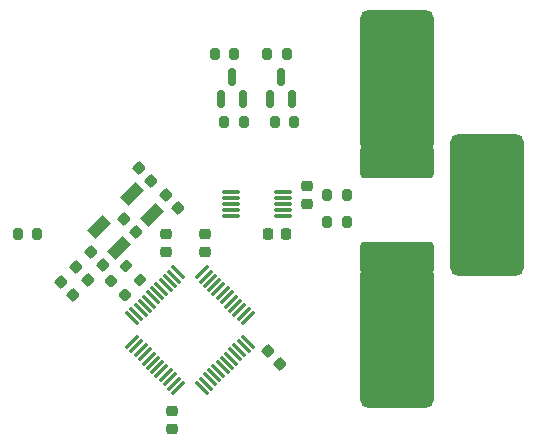
<source format=gbr>
%TF.GenerationSoftware,KiCad,Pcbnew,8.0.8-8.0.8-0~ubuntu24.04.1*%
%TF.CreationDate,2025-02-11T11:04:45-03:00*%
%TF.ProjectId,pm100,706d3130-302e-46b6-9963-61645f706362,rev?*%
%TF.SameCoordinates,Original*%
%TF.FileFunction,Paste,Top*%
%TF.FilePolarity,Positive*%
%FSLAX46Y46*%
G04 Gerber Fmt 4.6, Leading zero omitted, Abs format (unit mm)*
G04 Created by KiCad (PCBNEW 8.0.8-8.0.8-0~ubuntu24.04.1) date 2025-02-11 11:04:45*
%MOMM*%
%LPD*%
G01*
G04 APERTURE LIST*
G04 Aperture macros list*
%AMRoundRect*
0 Rectangle with rounded corners*
0 $1 Rounding radius*
0 $2 $3 $4 $5 $6 $7 $8 $9 X,Y pos of 4 corners*
0 Add a 4 corners polygon primitive as box body*
4,1,4,$2,$3,$4,$5,$6,$7,$8,$9,$2,$3,0*
0 Add four circle primitives for the rounded corners*
1,1,$1+$1,$2,$3*
1,1,$1+$1,$4,$5*
1,1,$1+$1,$6,$7*
1,1,$1+$1,$8,$9*
0 Add four rect primitives between the rounded corners*
20,1,$1+$1,$2,$3,$4,$5,0*
20,1,$1+$1,$4,$5,$6,$7,0*
20,1,$1+$1,$6,$7,$8,$9,0*
20,1,$1+$1,$8,$9,$2,$3,0*%
%AMRotRect*
0 Rectangle, with rotation*
0 The origin of the aperture is its center*
0 $1 length*
0 $2 width*
0 $3 Rotation angle, in degrees counterclockwise*
0 Add horizontal line*
21,1,$1,$2,0,0,$3*%
G04 Aperture macros list end*
%ADD10RoundRect,0.150000X0.150000X-0.587500X0.150000X0.587500X-0.150000X0.587500X-0.150000X-0.587500X0*%
%ADD11RoundRect,0.270000X2.830000X1.080000X-2.830000X1.080000X-2.830000X-1.080000X2.830000X-1.080000X0*%
%ADD12RoundRect,0.225000X0.335876X0.017678X0.017678X0.335876X-0.335876X-0.017678X-0.017678X-0.335876X0*%
%ADD13RoundRect,0.225000X-0.335876X-0.017678X-0.017678X-0.335876X0.335876X0.017678X0.017678X0.335876X0*%
%ADD14RoundRect,0.225000X0.250000X-0.225000X0.250000X0.225000X-0.250000X0.225000X-0.250000X-0.225000X0*%
%ADD15RoundRect,0.200000X0.200000X0.275000X-0.200000X0.275000X-0.200000X-0.275000X0.200000X-0.275000X0*%
%ADD16RoundRect,0.620000X2.480000X5.380000X-2.480000X5.380000X-2.480000X-5.380000X2.480000X-5.380000X0*%
%ADD17RoundRect,0.075000X-0.521491X0.415425X0.415425X-0.521491X0.521491X-0.415425X-0.415425X0.521491X0*%
%ADD18RoundRect,0.075000X-0.521491X-0.415425X-0.415425X-0.521491X0.521491X0.415425X0.415425X0.521491X0*%
%ADD19RoundRect,0.075000X-0.650000X-0.075000X0.650000X-0.075000X0.650000X0.075000X-0.650000X0.075000X0*%
%ADD20RoundRect,0.225000X-0.250000X0.225000X-0.250000X-0.225000X0.250000X-0.225000X0.250000X0.225000X0*%
%ADD21RotRect,1.000000X1.800000X315.000000*%
%ADD22RoundRect,0.218750X-0.335876X-0.026517X-0.026517X-0.335876X0.335876X0.026517X0.026517X0.335876X0*%
%ADD23RoundRect,0.200000X-0.335876X-0.053033X-0.053033X-0.335876X0.335876X0.053033X0.053033X0.335876X0*%
%ADD24RotRect,1.000000X1.800000X135.000000*%
%ADD25RoundRect,0.225000X-0.225000X-0.250000X0.225000X-0.250000X0.225000X0.250000X-0.225000X0.250000X0*%
G04 APERTURE END LIST*
D10*
%TO.C,Q8*%
X150500000Y-58390000D03*
X152400000Y-58390000D03*
X151450000Y-56514999D03*
%TD*%
D11*
%TO.C,R1*%
X161290000Y-71918000D03*
X161290000Y-63718000D03*
%TD*%
D12*
%TO.C,C20*%
X136438008Y-72430008D03*
X135341992Y-71333992D03*
%TD*%
D13*
%TO.C,C15*%
X134071992Y-72603992D03*
X135168008Y-73700008D03*
%TD*%
D10*
%TO.C,Q7*%
X146370000Y-58390001D03*
X148270000Y-58390001D03*
X147320000Y-56515000D03*
%TD*%
D14*
%TO.C,C14*%
X142240000Y-86360000D03*
X142240000Y-84810000D03*
%TD*%
D13*
%TO.C,C17*%
X132801992Y-73873992D03*
X133898008Y-74970008D03*
%TD*%
D15*
%TO.C,R24*%
X157035000Y-68834000D03*
X155385000Y-68834000D03*
%TD*%
%TO.C,R25*%
X157035000Y-66548000D03*
X155385000Y-66548000D03*
%TD*%
D16*
%TO.C,J4*%
X168910000Y-67410000D03*
%TD*%
D17*
%TO.C,U2*%
X142765212Y-73090124D03*
X142411658Y-73443678D03*
X142058105Y-73797231D03*
X141704551Y-74150785D03*
X141350998Y-74504338D03*
X140997445Y-74857891D03*
X140643891Y-75211445D03*
X140290338Y-75564998D03*
X139936785Y-75918551D03*
X139583231Y-76272105D03*
X139229678Y-76625658D03*
X138876124Y-76979212D03*
D18*
X138876124Y-78976788D03*
X139229678Y-79330342D03*
X139583231Y-79683895D03*
X139936785Y-80037449D03*
X140290338Y-80391002D03*
X140643891Y-80744555D03*
X140997445Y-81098109D03*
X141350998Y-81451662D03*
X141704551Y-81805215D03*
X142058105Y-82158769D03*
X142411658Y-82512322D03*
X142765212Y-82865876D03*
D17*
X144762788Y-82865876D03*
X145116342Y-82512322D03*
X145469895Y-82158769D03*
X145823449Y-81805215D03*
X146177002Y-81451662D03*
X146530555Y-81098109D03*
X146884109Y-80744555D03*
X147237662Y-80391002D03*
X147591215Y-80037449D03*
X147944769Y-79683895D03*
X148298322Y-79330342D03*
X148651876Y-78976788D03*
D18*
X148651876Y-76979212D03*
X148298322Y-76625658D03*
X147944769Y-76272105D03*
X147591215Y-75918551D03*
X147237662Y-75564998D03*
X146884109Y-75211445D03*
X146530555Y-74857891D03*
X146177002Y-74504338D03*
X145823449Y-74150785D03*
X145469895Y-73797231D03*
X145116342Y-73443678D03*
X144762788Y-73090124D03*
%TD*%
D19*
%TO.C,U8*%
X147238000Y-66326000D03*
X147238000Y-66826000D03*
X147238000Y-67326000D03*
X147238000Y-67826000D03*
X147238000Y-68326000D03*
X151638000Y-68326000D03*
X151638000Y-67826000D03*
X151638000Y-67326000D03*
X151638000Y-66826000D03*
X151638000Y-66326000D03*
%TD*%
D16*
%TO.C,J1*%
X161290000Y-78586000D03*
%TD*%
D20*
%TO.C,C13*%
X145034000Y-69837000D03*
X145034000Y-71387000D03*
%TD*%
%TO.C,C12*%
X141732000Y-69850000D03*
X141732000Y-71400000D03*
%TD*%
D13*
%TO.C,C22*%
X139405992Y-64221992D03*
X140502008Y-65318008D03*
%TD*%
D15*
%TO.C,R11*%
X151955000Y-54610000D03*
X150305000Y-54610000D03*
%TD*%
D20*
%TO.C,C2*%
X153670000Y-65773000D03*
X153670000Y-67323000D03*
%TD*%
D21*
%TO.C,Y1*%
X140583883Y-68193883D03*
X138816117Y-66426117D03*
%TD*%
D13*
%TO.C,C21*%
X141691992Y-66507992D03*
X142788008Y-67604008D03*
%TD*%
D22*
%TO.C,L1*%
X137111153Y-73865153D03*
X138224847Y-74978847D03*
%TD*%
D16*
%TO.C,J2*%
X161290000Y-56896000D03*
%TD*%
D12*
%TO.C,C19*%
X139232008Y-69636008D03*
X138135992Y-68539992D03*
%TD*%
D23*
%TO.C,R27*%
X138354637Y-72568637D03*
X139521363Y-73735363D03*
%TD*%
D15*
%TO.C,R12*%
X130810000Y-69850000D03*
X129160000Y-69850000D03*
%TD*%
D24*
%TO.C,Y2*%
X136022117Y-69220117D03*
X137789883Y-70987883D03*
%TD*%
D15*
%TO.C,R9*%
X148335000Y-60325000D03*
X146685000Y-60325000D03*
%TD*%
%TO.C,R8*%
X147510000Y-54610000D03*
X145860000Y-54610000D03*
%TD*%
%TO.C,R10*%
X152590000Y-60325000D03*
X150940000Y-60325000D03*
%TD*%
D12*
%TO.C,C18*%
X151424008Y-80812008D03*
X150327992Y-79715992D03*
%TD*%
D25*
%TO.C,C1*%
X150355000Y-69850000D03*
X151905000Y-69850000D03*
%TD*%
M02*

</source>
